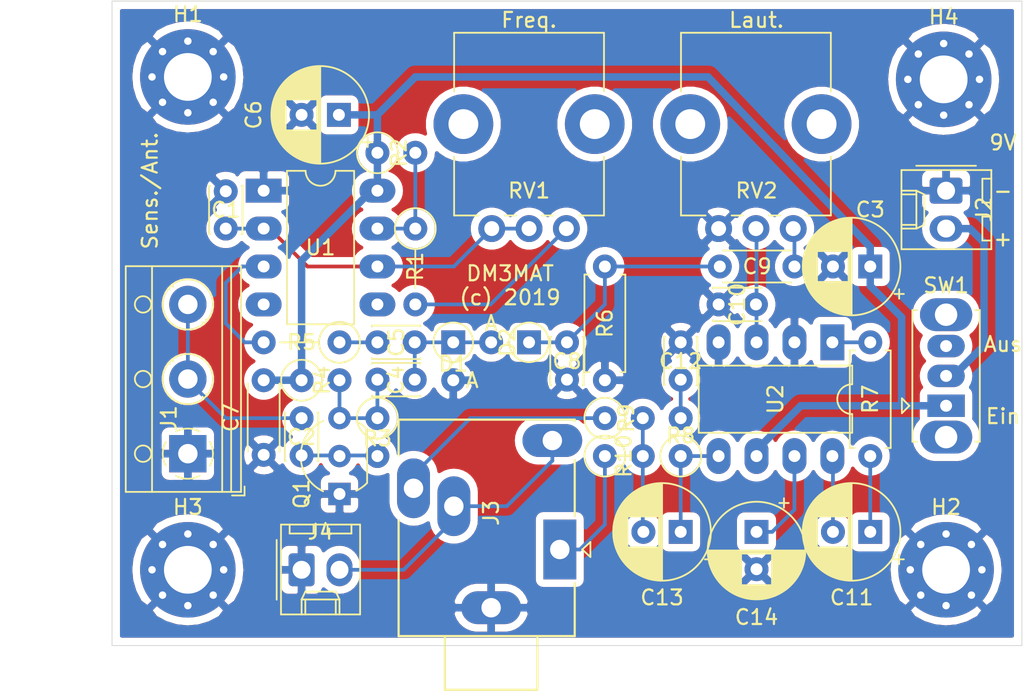
<source format=kicad_pcb>
(kicad_pcb (version 20171130) (host pcbnew 5.1.4-e60b266~84~ubuntu18.04.1)
  (layers (0 F.Cu signal) (31 B.Cu signal) (34 B.Paste user) (35 F.Paste user) (36 B.SilkS user) (37 F.SilkS user) (38 B.Mask user) (39 F.Mask user) (44 Edge.Cuts user))
  (net 0 "")
  (net 1 "Net-(C1-Pad2)")
  (net 2 GND)
  (net 3 "Net-(C2-Pad2)")
  (net 4 "Net-(C2-Pad1)")
  (net 5 VCC)
  (net 6 "Net-(C4-Pad2)")
  (net 7 "Net-(C4-Pad1)")
  (net 8 "Net-(C5-Pad1)")
  (net 9 "Net-(C8-Pad2)")
  (net 10 "Net-(C9-Pad2)")
  (net 11 "Net-(C10-Pad2)")
  (net 12 "Net-(C11-Pad2)")
  (net 13 "Net-(C11-Pad1)")
  (net 14 "Net-(C12-Pad2)")
  (net 15 "Net-(C13-Pad2)")
  (net 16 "Net-(C13-Pad1)")
  (net 17 "Net-(R1-Pad2)")
  (net 18 OSC)
  (net 19 "Net-(R7-Pad2)")
  (net 20 "Net-(U1-Pad4)")
  (net 21 "Net-(U1-Pad5)")
  (net 22 "Net-(C14-Pad1)")
  (net 23 "Net-(J2-Pad2)")
  (net 24 "Net-(SW1-Pad3)")
  (net 25 "Net-(J3-PadS)")
  (net 26 "Net-(J3-PadT)")
  (net 27 "Net-(J3-PadSN)")
  (net 28 "Net-(R1-Pad1)")
  (module MountingHole:MountingHole_3.2mm_M3_Pad_Via (layer F.Cu) (at 175.098109 85.251891)
    (fp_text reference H4 (at 0 -4.2) (layer F.SilkS))
    (fp_text value MountingHole_Pad)
    (pad 1 thru_hole circle (at 1.697056 -1.697056) (size 0.8 0.8) (drill 0.5) (layers *.Cu *.Mask) (net 2 GND))
    (pad 1 thru_hole circle (at 0 -2.4) (size 0.8 0.8) (drill 0.5) (layers *.Cu *.Mask) (net 2 GND))
    (pad 1 thru_hole circle (at -1.697056 -1.697056) (size 0.8 0.8) (drill 0.5) (layers *.Cu *.Mask) (net 2 GND))
    (pad 1 thru_hole circle (at -2.4 0) (size 0.8 0.8) (drill 0.5) (layers *.Cu *.Mask) (net 2 GND))
    (pad 1 thru_hole circle (at -1.697056 1.697056) (size 0.8 0.8) (drill 0.5) (layers *.Cu *.Mask) (net 2 GND))
    (pad 1 thru_hole circle (at 0 2.4) (size 0.8 0.8) (drill 0.5) (layers *.Cu *.Mask) (net 2 GND))
    (pad 1 thru_hole circle (at 1.697056 1.697056) (size 0.8 0.8) (drill 0.5) (layers *.Cu *.Mask) (net 2 GND))
    (pad 1 thru_hole circle (at 2.4 0) (size 0.8 0.8) (drill 0.5) (layers *.Cu *.Mask) (net 2 GND))
    (pad 1 thru_hole circle (at 0 0) (size 6.4 6.4) (drill 3.2) (layers *.Cu *.Mask) (net 2 GND))
  )
  (module MountingHole:MountingHole_3.2mm_M3_Pad_Via (layer F.Cu) (at 124.46 118.11)
    (fp_text reference H3 (at 0 -4.2) (layer F.SilkS))
    (fp_text value MountingHole_Pad)
    (pad 1 thru_hole circle (at 1.697056 -1.697056) (size 0.8 0.8) (drill 0.5) (layers *.Cu *.Mask) (net 2 GND))
    (pad 1 thru_hole circle (at 0 -2.4) (size 0.8 0.8) (drill 0.5) (layers *.Cu *.Mask) (net 2 GND))
    (pad 1 thru_hole circle (at -1.697056 -1.697056) (size 0.8 0.8) (drill 0.5) (layers *.Cu *.Mask) (net 2 GND))
    (pad 1 thru_hole circle (at -2.4 0) (size 0.8 0.8) (drill 0.5) (layers *.Cu *.Mask) (net 2 GND))
    (pad 1 thru_hole circle (at -1.697056 1.697056) (size 0.8 0.8) (drill 0.5) (layers *.Cu *.Mask) (net 2 GND))
    (pad 1 thru_hole circle (at 0 2.4) (size 0.8 0.8) (drill 0.5) (layers *.Cu *.Mask) (net 2 GND))
    (pad 1 thru_hole circle (at 1.697056 1.697056) (size 0.8 0.8) (drill 0.5) (layers *.Cu *.Mask) (net 2 GND))
    (pad 1 thru_hole circle (at 2.4 0) (size 0.8 0.8) (drill 0.5) (layers *.Cu *.Mask) (net 2 GND))
    (pad 1 thru_hole circle (at 0 0) (size 6.4 6.4) (drill 3.2) (layers *.Cu *.Mask) (net 2 GND))
  )
  (module MountingHole:MountingHole_3.2mm_M3_Pad_Via (layer F.Cu) (at 175.26 118.11)
    (fp_text reference H2 (at 0 -4.2) (layer F.SilkS))
    (fp_text value MountingHole_Pad)
    (pad 1 thru_hole circle (at 1.697056 -1.697056) (size 0.8 0.8) (drill 0.5) (layers *.Cu *.Mask) (net 2 GND))
    (pad 1 thru_hole circle (at 0 -2.4) (size 0.8 0.8) (drill 0.5) (layers *.Cu *.Mask) (net 2 GND))
    (pad 1 thru_hole circle (at -1.697056 -1.697056) (size 0.8 0.8) (drill 0.5) (layers *.Cu *.Mask) (net 2 GND))
    (pad 1 thru_hole circle (at -2.4 0) (size 0.8 0.8) (drill 0.5) (layers *.Cu *.Mask) (net 2 GND))
    (pad 1 thru_hole circle (at -1.697056 1.697056) (size 0.8 0.8) (drill 0.5) (layers *.Cu *.Mask) (net 2 GND))
    (pad 1 thru_hole circle (at 0 2.4) (size 0.8 0.8) (drill 0.5) (layers *.Cu *.Mask) (net 2 GND))
    (pad 1 thru_hole circle (at 1.697056 1.697056) (size 0.8 0.8) (drill 0.5) (layers *.Cu *.Mask) (net 2 GND))
    (pad 1 thru_hole circle (at 2.4 0) (size 0.8 0.8) (drill 0.5) (layers *.Cu *.Mask) (net 2 GND))
    (pad 1 thru_hole circle (at 0 0) (size 6.4 6.4) (drill 3.2) (layers *.Cu *.Mask) (net 2 GND))
  )
  (module MountingHole:MountingHole_3.2mm_M3_Pad_Via (layer F.Cu) (at 124.46 85.09)
    (fp_text reference H1 (at 0 -4.2) (layer F.SilkS))
    (fp_text value MountingHole_Pad)
    (pad 1 thru_hole circle (at 1.697056 -1.697056) (size 0.8 0.8) (drill 0.5) (layers *.Cu *.Mask) (net 2 GND))
    (pad 1 thru_hole circle (at 0 -2.4) (size 0.8 0.8) (drill 0.5) (layers *.Cu *.Mask) (net 2 GND))
    (pad 1 thru_hole circle (at -1.697056 -1.697056) (size 0.8 0.8) (drill 0.5) (layers *.Cu *.Mask) (net 2 GND))
    (pad 1 thru_hole circle (at -2.4 0) (size 0.8 0.8) (drill 0.5) (layers *.Cu *.Mask) (net 2 GND))
    (pad 1 thru_hole circle (at -1.697056 1.697056) (size 0.8 0.8) (drill 0.5) (layers *.Cu *.Mask) (net 2 GND))
    (pad 1 thru_hole circle (at 0 2.4) (size 0.8 0.8) (drill 0.5) (layers *.Cu *.Mask) (net 2 GND))
    (pad 1 thru_hole circle (at 1.697056 1.697056) (size 0.8 0.8) (drill 0.5) (layers *.Cu *.Mask) (net 2 GND))
    (pad 1 thru_hole circle (at 2.4 0) (size 0.8 0.8) (drill 0.5) (layers *.Cu *.Mask) (net 2 GND))
    (pad 1 thru_hole circle (at 0 0) (size 6.4 6.4) (drill 3.2) (layers *.Cu *.Mask) (net 2 GND))
  )
  (module Capacitor_THT:C_Disc_D4.3mm_W1.9mm_P5.00mm (layer F.Cu) (at 129.54 110.41 90)
    (fp_text reference C7 (at 2.5 -2.2 90) (layer F.SilkS))
    (fp_text value 47n)
    (pad 2 thru_hole circle (at 5 0 90) (size 1.6 1.6) (drill 0.8) (layers *.Cu *.Mask) (net 5 VCC))
    (pad 1 thru_hole circle (at 0 0 90) (size 1.6 1.6) (drill 0.8) (layers *.Cu *.Mask) (net 2 GND))
  )
  (module TerminalBlock_RND:TerminalBlock_RND_205-00013_1x03_P5.00mm_Horizontal (layer F.Cu) (at 124.46 110.33 90)
    (fp_text reference J1 (at 2.38 -1.27 90) (layer F.SilkS))
    (fp_text value Sense)
    (pad 3 thru_hole circle (at 10 0 90) (size 2.5 2.5) (drill 1.3) (layers *.Cu *.Mask) (net 3 "Net-(C2-Pad2)"))
    (pad 2 thru_hole circle (at 5 0 90) (size 2.5 2.5) (drill 1.3) (layers *.Cu *.Mask) (net 3 "Net-(C2-Pad2)"))
    (pad 1 thru_hole rect (at 0 0 90) (size 2.5 2.5) (drill 1.3) (layers *.Cu *.Mask) (net 2 GND))
  )
  (module Capacitor_THT:CP_Radial_D6.3mm_P2.50mm (layer F.Cu) (at 162.56 115.57 270)
    (fp_text reference C14 (at 5.715 0 180) (layer F.SilkS))
    (fp_text value 10u)
    (pad 2 thru_hole circle (at 2.5 0 270) (size 1.6 1.6) (drill 0.8) (layers *.Cu *.Mask) (net 2 GND))
    (pad 1 thru_hole rect (at 0 0 270) (size 1.6 1.6) (drill 0.8) (layers *.Cu *.Mask) (net 22 "Net-(C14-Pad1)"))
  )
  (module Capacitor_THT:CP_Radial_D6.3mm_P2.50mm (layer F.Cu) (at 157.48 115.57 180)
    (fp_text reference C13 (at 1.25 -4.4) (layer F.SilkS))
    (fp_text value 220u)
    (pad 2 thru_hole circle (at 2.5 0 180) (size 1.6 1.6) (drill 0.8) (layers *.Cu *.Mask) (net 15 "Net-(C13-Pad2)"))
    (pad 1 thru_hole rect (at 0 0 180) (size 1.6 1.6) (drill 0.8) (layers *.Cu *.Mask) (net 16 "Net-(C13-Pad1)"))
  )
  (module Capacitor_THT:CP_Radial_D6.3mm_P2.50mm (layer F.Cu) (at 170.18 115.57 180)
    (fp_text reference C11 (at 1.25 -4.4) (layer F.SilkS))
    (fp_text value 10u)
    (pad 2 thru_hole circle (at 2.5 0 180) (size 1.6 1.6) (drill 0.8) (layers *.Cu *.Mask) (net 12 "Net-(C11-Pad2)"))
    (pad 1 thru_hole rect (at 0 0 180) (size 1.6 1.6) (drill 0.8) (layers *.Cu *.Mask) (net 13 "Net-(C11-Pad1)"))
  )
  (module Capacitor_THT:CP_Radial_D6.3mm_P2.50mm (layer F.Cu) (at 134.58 87.63 180)
    (fp_text reference C6 (at 5.715 0 270) (layer F.SilkS))
    (fp_text value 220u)
    (pad 2 thru_hole circle (at 2.5 0 180) (size 1.6 1.6) (drill 0.8) (layers *.Cu *.Mask) (net 2 GND))
    (pad 1 thru_hole rect (at 0 0 180) (size 1.6 1.6) (drill 0.8) (layers *.Cu *.Mask) (net 5 VCC))
  )
  (module Capacitor_THT:CP_Radial_D6.3mm_P2.50mm (layer F.Cu) (at 170.18 97.79 180)
    (fp_text reference C3 (at 0 3.81) (layer F.SilkS))
    (fp_text value 220u)
    (pad 2 thru_hole circle (at 2.5 0 180) (size 1.6 1.6) (drill 0.8) (layers *.Cu *.Mask) (net 2 GND))
    (pad 1 thru_hole rect (at 0 0 180) (size 1.6 1.6) (drill 0.8) (layers *.Cu *.Mask) (net 5 VCC))
  )
  (module Capacitor_THT:C_Disc_D3.0mm_W2.0mm_P2.50mm (layer F.Cu) (at 127 92.75 270)
    (fp_text reference C1 (at 1.25 0 180) (layer F.SilkS))
    (fp_text value 680p*)
    (pad 2 thru_hole circle (at 2.5 0 270) (size 1.6 1.6) (drill 0.8) (layers *.Cu *.Mask) (net 1 "Net-(C1-Pad2)"))
    (pad 1 thru_hole circle (at 0 0 270) (size 1.6 1.6) (drill 0.8) (layers *.Cu *.Mask) (net 2 GND))
  )
  (module Connector_Audio:Jack_3.5mm_Ledino_KB3SPRS_Horizontal (layer F.Cu) (at 149.38 116.75 90)
    (fp_text reference J3 (at 2.45 -4.6 90) (layer F.SilkS))
    (fp_text value out)
    (pad G thru_hole oval (at -3.9 -4.6 90) (size 2.2 4) (drill 1.3) (layers *.Cu *.Mask) (net 2 GND))
    (pad S thru_hole oval (at 4.1 -9.8 90) (size 4 2.2) (drill 1.3) (layers *.Cu *.Mask) (net 25 "Net-(J3-PadS)"))
    (pad SN thru_hole oval (at 2.9 -7.1 90) (size 4 2.2) (drill 1.3) (layers *.Cu *.Mask) (net 27 "Net-(J3-PadSN)"))
    (pad TN thru_hole oval (at 7.3 -0.5 180) (size 4 2.2) (drill 1.3) (layers *.Cu *.Mask) (net 27 "Net-(J3-PadSN)"))
    (pad T thru_hole rect (at 0 0 90) (size 4 2.2) (drill 1.3) (layers *.Cu *.Mask) (net 26 "Net-(J3-PadT)"))
  )
  (module Connector_Molex:Molex_KK-254_AE-6410-02A_1x02_P2.54mm_Vertical (layer F.Cu) (at 132.08 118.11)
    (fp_text reference J4 (at 1.27 -2.54) (layer F.SilkS))
    (fp_text value SP)
    (pad 2 thru_hole oval (at 2.54 0) (size 1.74 2.2) (drill 1.2) (layers *.Cu *.Mask) (net 27 "Net-(J3-PadSN)"))
    (pad 1 thru_hole roundrect (at 0 0) (size 1.74 2.2) (drill 1.2) (layers *.Cu *.Mask) (roundrect_rratio 0.143678) (net 2 GND))
  )
  (module Resistor_THT:R_Axial_DIN0207_L6.3mm_D2.5mm_P2.54mm_Vertical (layer F.Cu) (at 152.4 110.49)
    (fp_text reference R10 (at 1.27 0 90) (layer F.SilkS))
    (fp_text value 22)
    (pad 2 thru_hole oval (at 2.54 0) (size 1.6 1.6) (drill 0.8) (layers *.Cu *.Mask) (net 15 "Net-(C13-Pad2)"))
    (pad 1 thru_hole circle (at 0 0) (size 1.6 1.6) (drill 0.8) (layers *.Cu *.Mask) (net 26 "Net-(J3-PadT)"))
  )
  (module Capacitor_THT:C_Disc_D4.3mm_W1.9mm_P5.00mm (layer F.Cu) (at 160.1 97.79)
    (fp_text reference C9 (at 2.5 0) (layer F.SilkS))
    (fp_text value 10n)
    (pad 2 thru_hole circle (at 5 0) (size 1.6 1.6) (drill 0.8) (layers *.Cu *.Mask) (net 10 "Net-(C9-Pad2)"))
    (pad 1 thru_hole circle (at 0 0) (size 1.6 1.6) (drill 0.8) (layers *.Cu *.Mask) (net 9 "Net-(C8-Pad2)"))
  )
  (module Resistor_THT:R_Axial_DIN0207_L6.3mm_D2.5mm_P7.62mm_Horizontal (layer F.Cu) (at 152.4 97.79 270)
    (fp_text reference R6 (at 3.81 0 90) (layer F.SilkS))
    (fp_text value 22k)
    (pad 2 thru_hole oval (at 7.62 0 270) (size 1.6 1.6) (drill 0.8) (layers *.Cu *.Mask) (net 2 GND))
    (pad 1 thru_hole circle (at 0 0 270) (size 1.6 1.6) (drill 0.8) (layers *.Cu *.Mask) (net 9 "Net-(C8-Pad2)"))
  )
  (module Resistor_THT:R_Axial_DIN0207_L6.3mm_D2.5mm_P5.08mm_Vertical (layer F.Cu) (at 134.62 102.87 180)
    (fp_text reference R5 (at 2.54 0) (layer F.SilkS))
    (fp_text value 39k)
    (pad 2 thru_hole oval (at 5.08 0 180) (size 1.6 1.6) (drill 0.8) (layers *.Cu *.Mask) (net 18 OSC))
    (pad 1 thru_hole circle (at 0 0 180) (size 1.6 1.6) (drill 0.8) (layers *.Cu *.Mask) (net 8 "Net-(C5-Pad1)"))
  )
  (module Diode_THT:D_DO-35_SOD27_P2.54mm_Vertical_AnodeUp (layer F.Cu) (at 147.32 102.87 180)
    (fp_text reference D2 (at 1.44 0 90) (layer F.SilkS))
    (fp_text value BAT85)
    (fp_text user A (at 2.54 1.27) (layer F.SilkS))
    (pad 2 thru_hole oval (at 2.54 0 180) (size 1.6 1.6) (drill 0.8) (layers *.Cu *.Mask) (net 7 "Net-(C4-Pad1)"))
    (pad 1 thru_hole rect (at 0 0 180) (size 1.6 1.6) (drill 0.8) (layers *.Cu *.Mask) (net 9 "Net-(C8-Pad2)"))
  )
  (module Resistor_THT:R_Axial_DIN0207_L6.3mm_D2.5mm_P5.08mm_Vertical (layer F.Cu) (at 139.7 95.25 270)
    (fp_text reference R1 (at 2.54 0 90) (layer F.SilkS))
    (fp_text value 10k)
    (pad 2 thru_hole oval (at 5.08 0 270) (size 1.6 1.6) (drill 0.8) (layers *.Cu *.Mask) (net 17 "Net-(R1-Pad2)"))
    (pad 1 thru_hole circle (at 0 0 270) (size 1.6 1.6) (drill 0.8) (layers *.Cu *.Mask) (net 28 "Net-(R1-Pad1)"))
  )
  (module Button_Switch_THT:SW_Slide_1P2T_CK_OS102011MS2Q (layer F.Cu) (at 175.26 107.12 90)
    (fp_text reference SW1 (at 8.06 0 180) (layer F.SilkS))
    (fp_text value SW_SPDT)
    (pad "" thru_hole oval (at 6.1 0 90) (size 2.2 3.5) (drill 1.5) (layers *.Cu *.Mask))
    (pad "" thru_hole oval (at -2.1 0 90) (size 2.2 3.5) (drill 1.5) (layers *.Cu *.Mask))
    (pad 3 thru_hole oval (at 4 0 90) (size 1.5 2.5) (drill 0.8) (layers *.Cu *.Mask) (net 24 "Net-(SW1-Pad3)"))
    (pad 2 thru_hole oval (at 2 0 90) (size 1.5 2.5) (drill 0.8) (layers *.Cu *.Mask) (net 23 "Net-(J2-Pad2)"))
    (pad 1 thru_hole rect (at 0 0 90) (size 1.5 2.5) (drill 0.8) (layers *.Cu *.Mask) (net 5 VCC))
  )
  (module Potentiometer_THT:Potentiometer_Alps_RK09K_Single_Vertical (layer F.Cu) (at 165.02 95.25 90)
    (fp_text reference RV2 (at 2.54 -2.46 180) (layer F.SilkS))
    (fp_text value 47k)
    (pad "" np_thru_hole circle (at 7 1.9 90) (size 4 4) (drill 2) (layers *.Cu *.Mask))
    (pad "" np_thru_hole circle (at 7 -6.9 90) (size 4 4) (drill 2) (layers *.Cu *.Mask))
    (pad 1 thru_hole circle (at 0 0 90) (size 1.8 1.8) (drill 1) (layers *.Cu *.Mask) (net 10 "Net-(C9-Pad2)"))
    (pad 2 thru_hole circle (at 0 -2.5 90) (size 1.8 1.8) (drill 1) (layers *.Cu *.Mask) (net 11 "Net-(C10-Pad2)"))
    (pad 3 thru_hole circle (at 0 -5 90) (size 1.8 1.8) (drill 1) (layers *.Cu *.Mask) (net 2 GND))
  )
  (module Potentiometer_THT:Potentiometer_Alps_RK09K_Single_Vertical (layer F.Cu) (at 149.82 95.25 90)
    (fp_text reference RV1 (at 2.54 -2.5 180) (layer F.SilkS))
    (fp_text value 100k)
    (pad "" np_thru_hole circle (at 7 1.9 90) (size 4 4) (drill 2) (layers *.Cu *.Mask))
    (pad "" np_thru_hole circle (at 7 -6.9 90) (size 4 4) (drill 2) (layers *.Cu *.Mask))
    (pad 1 thru_hole circle (at 0 0 90) (size 1.8 1.8) (drill 1) (layers *.Cu *.Mask) (net 17 "Net-(R1-Pad2)"))
    (pad 2 thru_hole circle (at 0 -2.5 90) (size 1.8 1.8) (drill 1) (layers *.Cu *.Mask) (net 1 "Net-(C1-Pad2)"))
    (pad 3 thru_hole circle (at 0 -5 90) (size 1.8 1.8) (drill 1) (layers *.Cu *.Mask) (net 1 "Net-(C1-Pad2)"))
  )
  (module Resistor_THT:R_Axial_DIN0207_L6.3mm_D2.5mm_P7.62mm_Horizontal (layer F.Cu) (at 170.18 110.49 90)
    (fp_text reference R7 (at 3.81 0 90) (layer F.SilkS))
    (fp_text value 1k)
    (pad 2 thru_hole oval (at 7.62 0 90) (size 1.6 1.6) (drill 0.8) (layers *.Cu *.Mask) (net 19 "Net-(R7-Pad2)"))
    (pad 1 thru_hole circle (at 0 0 90) (size 1.6 1.6) (drill 0.8) (layers *.Cu *.Mask) (net 13 "Net-(C11-Pad1)"))
  )
  (module Package_DIP:DIP-8_W7.62mm_LongPads (layer F.Cu) (at 167.64 102.87 270)
    (fp_text reference U2 (at 3.81 3.81 90) (layer F.SilkS))
    (fp_text value LM386)
    (pad 8 thru_hole oval (at 7.62 0 270) (size 2.4 1.6) (drill 0.8) (layers *.Cu *.Mask) (net 12 "Net-(C11-Pad2)"))
    (pad 4 thru_hole oval (at 0 7.62 270) (size 2.4 1.6) (drill 0.8) (layers *.Cu *.Mask) (net 2 GND))
    (pad 7 thru_hole oval (at 7.62 2.54 270) (size 2.4 1.6) (drill 0.8) (layers *.Cu *.Mask) (net 22 "Net-(C14-Pad1)"))
    (pad 3 thru_hole oval (at 0 5.08 270) (size 2.4 1.6) (drill 0.8) (layers *.Cu *.Mask) (net 11 "Net-(C10-Pad2)"))
    (pad 6 thru_hole oval (at 7.62 5.08 270) (size 2.4 1.6) (drill 0.8) (layers *.Cu *.Mask) (net 5 VCC))
    (pad 2 thru_hole oval (at 0 2.54 270) (size 2.4 1.6) (drill 0.8) (layers *.Cu *.Mask) (net 2 GND))
    (pad 5 thru_hole oval (at 7.62 7.62 270) (size 2.4 1.6) (drill 0.8) (layers *.Cu *.Mask) (net 16 "Net-(C13-Pad1)"))
    (pad 1 thru_hole rect (at 0 0 270) (size 2.4 1.6) (drill 0.8) (layers *.Cu *.Mask) (net 19 "Net-(R7-Pad2)"))
  )
  (module Package_DIP:DIP-8_W7.62mm_LongPads (layer F.Cu) (at 129.54 92.71)
    (fp_text reference U1 (at 3.81 3.81) (layer F.SilkS))
    (fp_text value LM555)
    (pad 8 thru_hole oval (at 7.62 0) (size 2.4 1.6) (drill 0.8) (layers *.Cu *.Mask) (net 5 VCC))
    (pad 4 thru_hole oval (at 0 7.62) (size 2.4 1.6) (drill 0.8) (layers *.Cu *.Mask) (net 20 "Net-(U1-Pad4)"))
    (pad 7 thru_hole oval (at 7.62 2.54) (size 2.4 1.6) (drill 0.8) (layers *.Cu *.Mask) (net 28 "Net-(R1-Pad1)"))
    (pad 3 thru_hole oval (at 0 5.08) (size 2.4 1.6) (drill 0.8) (layers *.Cu *.Mask) (net 18 OSC))
    (pad 6 thru_hole oval (at 7.62 5.08) (size 2.4 1.6) (drill 0.8) (layers *.Cu *.Mask) (net 1 "Net-(C1-Pad2)"))
    (pad 2 thru_hole oval (at 0 2.54) (size 2.4 1.6) (drill 0.8) (layers *.Cu *.Mask) (net 1 "Net-(C1-Pad2)"))
    (pad 5 thru_hole oval (at 7.62 7.62) (size 2.4 1.6) (drill 0.8) (layers *.Cu *.Mask) (net 21 "Net-(U1-Pad5)"))
    (pad 1 thru_hole rect (at 0 0) (size 2.4 1.6) (drill 0.8) (layers *.Cu *.Mask) (net 2 GND))
  )
  (module Resistor_THT:R_Axial_DIN0207_L6.3mm_D2.5mm_P2.54mm_Vertical (layer F.Cu) (at 152.4 107.95)
    (fp_text reference R9 (at 1.44 0 90) (layer F.SilkS))
    (fp_text value 22)
    (pad 2 thru_hole oval (at 2.54 0) (size 1.6 1.6) (drill 0.8) (layers *.Cu *.Mask) (net 15 "Net-(C13-Pad2)"))
    (pad 1 thru_hole circle (at 0 0) (size 1.6 1.6) (drill 0.8) (layers *.Cu *.Mask) (net 25 "Net-(J3-PadS)"))
  )
  (module Resistor_THT:R_Axial_DIN0207_L6.3mm_D2.5mm_P2.54mm_Vertical (layer F.Cu) (at 157.48 110.49 90)
    (fp_text reference R8 (at 1.37 0 180) (layer F.SilkS))
    (fp_text value 12)
    (pad 2 thru_hole oval (at 2.54 0 90) (size 1.6 1.6) (drill 0.8) (layers *.Cu *.Mask) (net 14 "Net-(C12-Pad2)"))
    (pad 1 thru_hole circle (at 0 0 90) (size 1.6 1.6) (drill 0.8) (layers *.Cu *.Mask) (net 16 "Net-(C13-Pad1)"))
  )
  (module Resistor_THT:R_Axial_DIN0207_L6.3mm_D2.5mm_P2.54mm_Vertical (layer F.Cu) (at 132.08 105.41)
    (fp_text reference R4 (at 1.37 0 90) (layer F.SilkS))
    (fp_text value 12k)
    (pad 2 thru_hole oval (at 2.54 0) (size 1.6 1.6) (drill 0.8) (layers *.Cu *.Mask) (net 6 "Net-(C4-Pad2)"))
    (pad 1 thru_hole circle (at 0 0) (size 1.6 1.6) (drill 0.8) (layers *.Cu *.Mask) (net 5 VCC))
  )
  (module Resistor_THT:R_Axial_DIN0207_L6.3mm_D2.5mm_P2.54mm_Vertical (layer F.Cu) (at 137.16 107.95 270)
    (fp_text reference R3 (at 1.37 0 180) (layer F.SilkS))
    (fp_text value 560k)
    (pad 2 thru_hole oval (at 2.54 0 270) (size 1.6 1.6) (drill 0.8) (layers *.Cu *.Mask) (net 4 "Net-(C2-Pad1)"))
    (pad 1 thru_hole circle (at 0 0 270) (size 1.6 1.6) (drill 0.8) (layers *.Cu *.Mask) (net 6 "Net-(C4-Pad2)"))
  )
  (module Resistor_THT:R_Axial_DIN0207_L6.3mm_D2.5mm_P2.54mm_Vertical (layer F.Cu) (at 137.16 90.17)
    (fp_text reference R2 (at 1.44 0 90) (layer F.SilkS))
    (fp_text value 6.8k)
    (pad 2 thru_hole oval (at 2.54 0) (size 1.6 1.6) (drill 0.8) (layers *.Cu *.Mask) (net 28 "Net-(R1-Pad1)"))
    (pad 1 thru_hole circle (at 0 0) (size 1.6 1.6) (drill 0.8) (layers *.Cu *.Mask) (net 5 VCC))
  )
  (module Package_TO_SOT_THT:TO-92_Inline_Wide (layer F.Cu) (at 134.62 113.03 90)
    (fp_text reference Q1 (at 0 -2.54 90) (layer F.SilkS))
    (fp_text value 2N3904)
    (pad 1 thru_hole rect (at 0 0 180) (size 1.5 1.5) (drill 0.8) (layers *.Cu *.Mask) (net 2 GND))
    (pad 3 thru_hole circle (at 5.08 0 180) (size 1.5 1.5) (drill 0.8) (layers *.Cu *.Mask) (net 6 "Net-(C4-Pad2)"))
    (pad 2 thru_hole circle (at 2.54 0 180) (size 1.5 1.5) (drill 0.8) (layers *.Cu *.Mask) (net 4 "Net-(C2-Pad1)"))
  )
  (module Connector_Molex:Molex_KK-254_AE-6410-02A_1x02_P2.54mm_Vertical (layer F.Cu) (at 175.26 92.71 270)
    (fp_text reference J2 (at 1.27 -2.54 90) (layer F.SilkS))
    (fp_text value 9V)
    (pad 2 thru_hole oval (at 2.54 0 270) (size 1.74 2.2) (drill 1.2) (layers *.Cu *.Mask) (net 23 "Net-(J2-Pad2)"))
    (pad 1 thru_hole roundrect (at 0 0 270) (size 1.74 2.2) (drill 1.2) (layers *.Cu *.Mask) (roundrect_rratio 0.143678) (net 2 GND))
  )
  (module Diode_THT:D_DO-35_SOD27_P2.54mm_Vertical_AnodeUp (layer F.Cu) (at 142.24 102.87 270)
    (fp_text reference D1 (at 1.44 0 180) (layer F.SilkS))
    (fp_text value BAT85)
    (fp_text user A (at 2.54 -1.27 180) (layer F.SilkS))
    (pad 2 thru_hole oval (at 2.54 0 270) (size 1.6 1.6) (drill 0.8) (layers *.Cu *.Mask) (net 2 GND))
    (pad 1 thru_hole rect (at 0 0 270) (size 1.6 1.6) (drill 0.8) (layers *.Cu *.Mask) (net 7 "Net-(C4-Pad1)"))
  )
  (module Capacitor_THT:C_Disc_D3.0mm_W2.0mm_P2.50mm (layer F.Cu) (at 157.48 102.87 270)
    (fp_text reference C12 (at 1.27 0) (layer F.SilkS))
    (fp_text value 47n)
    (pad 2 thru_hole circle (at 2.5 0 270) (size 1.6 1.6) (drill 0.8) (layers *.Cu *.Mask) (net 14 "Net-(C12-Pad2)"))
    (pad 1 thru_hole circle (at 0 0 270) (size 1.6 1.6) (drill 0.8) (layers *.Cu *.Mask) (net 2 GND))
  )
  (module Capacitor_THT:C_Disc_D3.0mm_W2.0mm_P2.50mm (layer F.Cu) (at 160.02 100.33)
    (fp_text reference C10 (at 1.25 0 270) (layer F.SilkS))
    (fp_text value 10n)
    (pad 2 thru_hole circle (at 2.5 0) (size 1.6 1.6) (drill 0.8) (layers *.Cu *.Mask) (net 11 "Net-(C10-Pad2)"))
    (pad 1 thru_hole circle (at 0 0) (size 1.6 1.6) (drill 0.8) (layers *.Cu *.Mask) (net 2 GND))
  )
  (module Capacitor_THT:C_Disc_D3.0mm_W2.0mm_P2.50mm (layer F.Cu) (at 149.86 105.37 90)
    (fp_text reference C8 (at 1.23 0 180) (layer F.SilkS))
    (fp_text value 10n)
    (pad 2 thru_hole circle (at 2.5 0 90) (size 1.6 1.6) (drill 0.8) (layers *.Cu *.Mask) (net 9 "Net-(C8-Pad2)"))
    (pad 1 thru_hole circle (at 0 0 90) (size 1.6 1.6) (drill 0.8) (layers *.Cu *.Mask) (net 2 GND))
  )
  (module Capacitor_THT:C_Disc_D3.0mm_W2.0mm_P2.50mm (layer F.Cu) (at 137.16 102.87)
    (fp_text reference C5 (at 1.27 0 90) (layer F.SilkS))
    (fp_text value 10n)
    (pad 2 thru_hole circle (at 2.5 0) (size 1.6 1.6) (drill 0.8) (layers *.Cu *.Mask) (net 7 "Net-(C4-Pad1)"))
    (pad 1 thru_hole circle (at 0 0) (size 1.6 1.6) (drill 0.8) (layers *.Cu *.Mask) (net 8 "Net-(C5-Pad1)"))
  )
  (module Capacitor_THT:C_Disc_D3.0mm_W2.0mm_P2.50mm (layer F.Cu) (at 139.66 105.37 180)
    (fp_text reference C4 (at 1.25 -0.04 90) (layer F.SilkS))
    (fp_text value 10n)
    (pad 2 thru_hole circle (at 2.5 0 180) (size 1.6 1.6) (drill 0.8) (layers *.Cu *.Mask) (net 6 "Net-(C4-Pad2)"))
    (pad 1 thru_hole circle (at 0 0 180) (size 1.6 1.6) (drill 0.8) (layers *.Cu *.Mask) (net 7 "Net-(C4-Pad1)"))
  )
  (module Capacitor_THT:C_Disc_D3.0mm_W2.0mm_P2.50mm (layer F.Cu) (at 132.08 110.45 90)
    (fp_text reference C2 (at 1.23 0 180) (layer F.SilkS))
    (fp_text value 10n)
    (pad 2 thru_hole circle (at 2.5 0 90) (size 1.6 1.6) (drill 0.8) (layers *.Cu *.Mask) (net 3 "Net-(C2-Pad2)"))
    (pad 1 thru_hole circle (at 0 0 90) (size 1.6 1.6) (drill 0.8) (layers *.Cu *.Mask) (net 4 "Net-(C2-Pad1)"))
  )
  (gr_text "DM3MAT\n(c) 2019" (at 146.05 99.06) (layer F.SilkS) (effects (font (size 1 1))))
  (gr_text Sens./Ant. (at 121.92 92.71 90) (layer F.SilkS) (effects (font (size 1 1))))
  (gr_text Laut. (at 162.56 81.28) (layer F.SilkS) (effects (font (size 1 1))))
  (gr_text Freq. (at 147.32 81.28) (layer F.SilkS) (effects (font (size 1 1))))
  (gr_text "Aus\n\n\nEin" (at 179.07 105.41) (layer F.SilkS) (effects (font (size 1 1))))
  (gr_text "9V\n\n-\n\n+" (at 179.07 92.71) (layer F.SilkS) (effects (font (size 1 1))))
  (gr_line (start 119.38 80.01) (end 119.38 123.19) (layer Edge.Cuts) (width 0.05))
  (gr_line (start 180.34 80.01) (end 119.38 80.01) (layer Edge.Cuts) (width 0.05))
  (gr_line (start 180.34 123.19) (end 180.34 80.01) (layer Edge.Cuts) (width 0.05))
  (gr_line (start 119.38 123.19) (end 180.34 123.19) (layer Edge.Cuts) (width 0.05))
  (segment (start 127 107.95) (end 124.46 105.41) (width 0.25) (layer B.Cu) (net 3))
  (segment (start 132.08 107.95) (end 127 107.95) (width 0.25) (layer B.Cu) (net 3))
  (segment (start 137.12 110.45) (end 137.16 110.49) (width 0.25) (layer B.Cu) (net 4))
  (segment (start 132.08 110.45) (end 137.12 110.45) (width 0.25) (layer B.Cu) (net 4))
  (segment (start 162.56 110.09) (end 162.56 110.49) (width 0.5) (layer B.Cu) (net 5))
  (segment (start 165.53 107.12) (end 162.56 110.09) (width 0.5) (layer B.Cu) (net 5))
  (segment (start 172.28 101.19) (end 172.28 107.12) (width 0.5) (layer B.Cu) (net 5))
  (segment (start 170.18 99.09) (end 172.28 101.19) (width 0.5) (layer B.Cu) (net 5))
  (segment (start 170.18 97.79) (end 170.18 99.09) (width 0.5) (layer B.Cu) (net 5))
  (segment (start 175.26 107.12) (end 172.28 107.12) (width 0.5) (layer B.Cu) (net 5))
  (segment (start 172.28 107.12) (end 165.53 107.12) (width 0.5) (layer B.Cu) (net 5))
  (segment (start 170.18 96.49) (end 170.18 97.79) (width 0.5) (layer B.Cu) (net 5))
  (segment (start 159.316235 85.09) (end 170.18 96.49) (width 0.5) (layer B.Cu) (net 5))
  (segment (start 137.16 87.63) (end 139.7 85.09) (width 0.5) (layer B.Cu) (net 5))
  (segment (start 139.7 85.09) (end 159.316235 85.09) (width 0.5) (layer B.Cu) (net 5))
  (segment (start 137.16 107.95) (end 137.16 105.37) (width 0.25) (layer B.Cu) (net 6))
  (segment (start 134.62 105.41) (end 134.62 107.95) (width 0.25) (layer B.Cu) (net 6))
  (segment (start 134.62 107.95) (end 137.16 107.95) (width 0.25) (layer B.Cu) (net 6))
  (segment (start 139.66 102.87) (end 144.78 102.87) (width 0.25) (layer B.Cu) (net 7))
  (segment (start 139.66 105.37) (end 139.66 102.87) (width 0.25) (layer B.Cu) (net 7))
  (segment (start 134.62 102.87) (end 137.16 102.87) (width 0.25) (layer B.Cu) (net 8))
  (segment (start 152.4 100.33) (end 152.4 97.79) (width 0.25) (layer B.Cu) (net 9))
  (segment (start 149.86 102.87) (end 152.4 100.33) (width 0.25) (layer B.Cu) (net 9))
  (segment (start 152.4 97.79) (end 160.1 97.79) (width 0.25) (layer B.Cu) (net 9))
  (segment (start 147.32 102.87) (end 149.86 102.87) (width 0.25) (layer B.Cu) (net 9))
  (segment (start 165.02 95.33) (end 164.94 95.25) (width 0.25) (layer B.Cu) (net 10))
  (segment (start 165.1 95.33) (end 165.02 95.25) (width 0.25) (layer B.Cu) (net 10))
  (segment (start 165.1 97.79) (end 165.1 95.33) (width 0.25) (layer B.Cu) (net 10))
  (segment (start 162.52 102.83) (end 162.56 102.87) (width 0.25) (layer B.Cu) (net 11))
  (segment (start 162.56 95.29) (end 162.52 95.25) (width 0.25) (layer B.Cu) (net 11))
  (segment (start 162.56 102.87) (end 162.56 95.29) (width 0.25) (layer B.Cu) (net 11))
  (segment (start 167.68 110.53) (end 167.64 110.49) (width 0.25) (layer B.Cu) (net 12))
  (segment (start 167.68 115.57) (end 167.68 110.53) (width 0.25) (layer B.Cu) (net 12))
  (segment (start 170.18 115.57) (end 170.18 110.49) (width 0.25) (layer B.Cu) (net 13))
  (segment (start 157.48 105.37) (end 157.48 107.95) (width 0.25) (layer B.Cu) (net 14))
  (segment (start 160.02 110.49) (end 157.48 110.49) (width 0.25) (layer B.Cu) (net 16))
  (segment (start 167.64 102.87) (end 170.18 102.87) (width 0.25) (layer B.Cu) (net 19))
  (segment (start 144.82 95.25) (end 147.32 95.25) (width 0.25) (layer B.Cu) (net 1))
  (segment (start 127 95.25) (end 129.54 95.25) (width 0.25) (layer B.Cu) (net 1))
  (segment (start 142.28 97.79) (end 144.82 95.25) (width 0.25) (layer B.Cu) (net 1))
  (segment (start 137.16 97.79) (end 142.28 97.79) (width 0.25) (layer B.Cu) (net 1))
  (segment (start 129.54 95.25) (end 129.94 95.25) (width 0.25) (layer F.Cu) (net 1))
  (segment (start 132.48 97.79) (end 137.16 97.79) (width 0.25) (layer F.Cu) (net 1))
  (segment (start 129.94 95.25) (end 132.48 97.79) (width 0.25) (layer F.Cu) (net 1))
  (segment (start 124.46 100.33) (end 124.46 105.33) (width 0.25) (layer B.Cu) (net 3))
  (segment (start 134.62 87.63) (end 137.16 87.63) (width 0.5) (layer B.Cu) (net 5))
  (segment (start 137.16 87.63) (end 137.16 92.71) (width 0.5) (layer B.Cu) (net 5))
  (segment (start 132.08 104.27863) (end 132.08 105.41) (width 0.5) (layer B.Cu) (net 5))
  (segment (start 132.08 97.39) (end 132.08 104.27863) (width 0.5) (layer B.Cu) (net 5))
  (segment (start 136.76 92.71) (end 132.08 97.39) (width 0.5) (layer B.Cu) (net 5))
  (segment (start 137.16 92.71) (end 136.76 92.71) (width 0.5) (layer B.Cu) (net 5))
  (segment (start 129.54 105.41) (end 132.08 105.41) (width 0.5) (layer B.Cu) (net 5))
  (segment (start 154.94 115.53) (end 154.98 115.57) (width 0.25) (layer B.Cu) (net 15))
  (segment (start 154.94 107.95) (end 154.94 115.53) (width 0.25) (layer B.Cu) (net 15))
  (segment (start 157.48 115.57) (end 157.48 110.49) (width 0.25) (layer B.Cu) (net 16))
  (segment (start 144.74 100.33) (end 149.82 95.25) (width 0.25) (layer B.Cu) (net 17))
  (segment (start 139.7 100.33) (end 144.74 100.33) (width 0.25) (layer B.Cu) (net 17))
  (segment (start 129.54 102.87) (end 128.27 102.87) (width 0.25) (layer B.Cu) (net 18))
  (segment (start 128.27 102.87) (end 127 101.6) (width 0.25) (layer B.Cu) (net 18))
  (segment (start 128.09 97.79) (end 129.54 97.79) (width 0.25) (layer B.Cu) (net 18))
  (segment (start 127 98.88) (end 128.09 97.79) (width 0.25) (layer B.Cu) (net 18))
  (segment (start 127 101.6) (end 127 98.88) (width 0.25) (layer B.Cu) (net 18))
  (segment (start 163.61 115.57) (end 162.56 115.57) (width 0.25) (layer B.Cu) (net 22))
  (segment (start 165.1 114.08) (end 163.61 115.57) (width 0.25) (layer B.Cu) (net 22))
  (segment (start 165.1 110.49) (end 165.1 114.08) (width 0.25) (layer B.Cu) (net 22))
  (segment (start 174.76 105.12) (end 175.26 105.12) (width 0.5) (layer B.Cu) (net 23))
  (segment (start 176.86 95.25) (end 177.8 96.19) (width 0.5) (layer B.Cu) (net 23))
  (segment (start 175.26 95.25) (end 176.86 95.25) (width 0.5) (layer B.Cu) (net 23))
  (segment (start 177.8 103.08) (end 175.76 105.12) (width 0.5) (layer B.Cu) (net 23))
  (segment (start 175.76 105.12) (end 175.26 105.12) (width 0.5) (layer B.Cu) (net 23))
  (segment (start 177.8 96.19) (end 177.8 103.08) (width 0.5) (layer B.Cu) (net 23))
  (segment (start 139.58 111.75) (end 139.58 112.65) (width 0.25) (layer B.Cu) (net 25))
  (segment (start 143.38 107.95) (end 139.58 111.75) (width 0.25) (layer B.Cu) (net 25))
  (segment (start 152.4 107.95) (end 143.38 107.95) (width 0.25) (layer B.Cu) (net 25))
  (segment (start 150.73 116.75) (end 149.38 116.75) (width 0.25) (layer B.Cu) (net 26))
  (segment (start 152.4 115.08) (end 150.73 116.75) (width 0.25) (layer B.Cu) (net 26))
  (segment (start 152.4 110.49) (end 152.4 115.08) (width 0.25) (layer B.Cu) (net 26))
  (segment (start 142.28 114.75) (end 142.28 113.85) (width 0.25) (layer B.Cu) (net 27))
  (segment (start 138.92 118.11) (end 142.28 114.75) (width 0.25) (layer B.Cu) (net 27))
  (segment (start 134.62 118.11) (end 138.92 118.11) (width 0.25) (layer B.Cu) (net 27))
  (segment (start 148.88 110.8) (end 148.88 109.45) (width 0.25) (layer B.Cu) (net 27))
  (segment (start 145.83 113.85) (end 148.88 110.8) (width 0.25) (layer B.Cu) (net 27))
  (segment (start 142.28 113.85) (end 145.83 113.85) (width 0.25) (layer B.Cu) (net 27))
  (segment (start 137.16 95.25) (end 139.7 95.25) (width 0.25) (layer B.Cu) (net 28))
  (segment (start 139.7 90.17) (end 139.7 95.25) (width 0.25) (layer B.Cu) (net 28))
  (zone (net 2) (net_name GND) (layer B.Cu) (connect_pads (clearance 0.508)) (min_thickness 0.254) (fill yes (arc_segments 32) (thermal_gap 0.508) (thermal_bridge_width 0.508))
    (polygon (pts (xy 119.38 80.01) (xy 180.34 80.01) (xy 180.34 123.19) (xy 119.38 123.19)))
  )
  (zone (net 2) (net_name GND) (layer F.Cu) (connect_pads (clearance 0.508)) (min_thickness 0.254) (fill yes (arc_segments 32) (thermal_gap 0.508) (thermal_bridge_width 0.508))
    (polygon (pts (xy 119.38 80.01) (xy 180.34 80.01) (xy 180.34 123.19) (xy 119.38 123.19)))
  )
)
</source>
